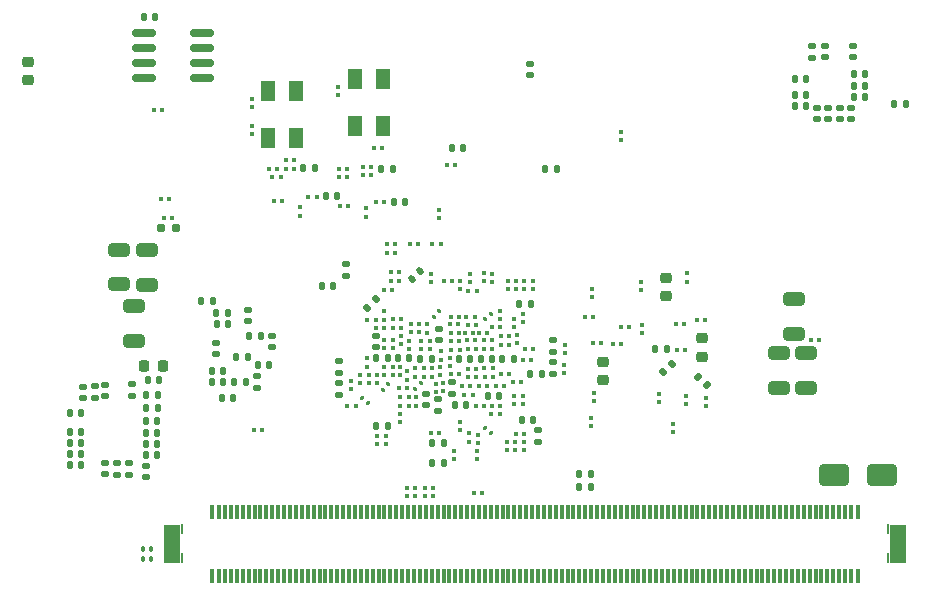
<source format=gbr>
%TF.GenerationSoftware,KiCad,Pcbnew,7.99.0-3958-g1df84f4d92*%
%TF.CreationDate,2023-12-24T00:45:37+01:00*%
%TF.ProjectId,SBC,5342432e-6b69-4636-9164-5f7063625858,rev?*%
%TF.SameCoordinates,Original*%
%TF.FileFunction,Paste,Bot*%
%TF.FilePolarity,Positive*%
%FSLAX46Y46*%
G04 Gerber Fmt 4.6, Leading zero omitted, Abs format (unit mm)*
G04 Created by KiCad (PCBNEW 7.99.0-3958-g1df84f4d92) date 2023-12-24 00:45:37*
%MOMM*%
%LPD*%
G01*
G04 APERTURE LIST*
G04 Aperture macros list*
%AMRoundRect*
0 Rectangle with rounded corners*
0 $1 Rounding radius*
0 $2 $3 $4 $5 $6 $7 $8 $9 X,Y pos of 4 corners*
0 Add a 4 corners polygon primitive as box body*
4,1,4,$2,$3,$4,$5,$6,$7,$8,$9,$2,$3,0*
0 Add four circle primitives for the rounded corners*
1,1,$1+$1,$2,$3*
1,1,$1+$1,$4,$5*
1,1,$1+$1,$6,$7*
1,1,$1+$1,$8,$9*
0 Add four rect primitives between the rounded corners*
20,1,$1+$1,$2,$3,$4,$5,0*
20,1,$1+$1,$4,$5,$6,$7,0*
20,1,$1+$1,$6,$7,$8,$9,0*
20,1,$1+$1,$8,$9,$2,$3,0*%
G04 Aperture macros list end*
%ADD10RoundRect,0.140000X-0.170000X0.140000X-0.170000X-0.140000X0.170000X-0.140000X0.170000X0.140000X0*%
%ADD11RoundRect,0.079500X0.079500X0.100500X-0.079500X0.100500X-0.079500X-0.100500X0.079500X-0.100500X0*%
%ADD12RoundRect,0.079500X-0.079500X-0.100500X0.079500X-0.100500X0.079500X0.100500X-0.079500X0.100500X0*%
%ADD13RoundRect,0.135000X-0.185000X0.135000X-0.185000X-0.135000X0.185000X-0.135000X0.185000X0.135000X0*%
%ADD14RoundRect,0.140000X0.140000X0.170000X-0.140000X0.170000X-0.140000X-0.170000X0.140000X-0.170000X0*%
%ADD15RoundRect,0.079500X-0.100500X0.079500X-0.100500X-0.079500X0.100500X-0.079500X0.100500X0.079500X0*%
%ADD16RoundRect,0.135000X-0.135000X-0.185000X0.135000X-0.185000X0.135000X0.185000X-0.135000X0.185000X0*%
%ADD17RoundRect,0.079500X0.100500X-0.079500X0.100500X0.079500X-0.100500X0.079500X-0.100500X-0.079500X0*%
%ADD18RoundRect,0.140000X-0.140000X-0.170000X0.140000X-0.170000X0.140000X0.170000X-0.140000X0.170000X0*%
%ADD19R,1.400000X3.300000*%
%ADD20R,0.250000X0.850000*%
%ADD21R,0.450000X1.200000*%
%ADD22R,0.300000X1.200000*%
%ADD23RoundRect,0.079500X-0.014849X0.127279X-0.127279X0.014849X0.014849X-0.127279X0.127279X-0.014849X0*%
%ADD24RoundRect,0.135000X0.185000X-0.135000X0.185000X0.135000X-0.185000X0.135000X-0.185000X-0.135000X0*%
%ADD25RoundRect,0.140000X0.170000X-0.140000X0.170000X0.140000X-0.170000X0.140000X-0.170000X-0.140000X0*%
%ADD26RoundRect,0.225000X-0.250000X0.225000X-0.250000X-0.225000X0.250000X-0.225000X0.250000X0.225000X0*%
%ADD27RoundRect,0.135000X0.135000X0.185000X-0.135000X0.185000X-0.135000X-0.185000X0.135000X-0.185000X0*%
%ADD28RoundRect,0.090000X-0.090000X0.139000X-0.090000X-0.139000X0.090000X-0.139000X0.090000X0.139000X0*%
%ADD29R,1.200000X1.800000*%
%ADD30RoundRect,0.160000X-0.197500X-0.160000X0.197500X-0.160000X0.197500X0.160000X-0.197500X0.160000X0*%
%ADD31RoundRect,0.150000X0.825000X0.150000X-0.825000X0.150000X-0.825000X-0.150000X0.825000X-0.150000X0*%
%ADD32RoundRect,0.250000X0.650000X-0.325000X0.650000X0.325000X-0.650000X0.325000X-0.650000X-0.325000X0*%
%ADD33RoundRect,0.147500X0.147500X0.172500X-0.147500X0.172500X-0.147500X-0.172500X0.147500X-0.172500X0*%
%ADD34RoundRect,0.079500X0.014849X-0.127279X0.127279X-0.014849X-0.014849X0.127279X-0.127279X0.014849X0*%
%ADD35RoundRect,0.140000X0.021213X-0.219203X0.219203X-0.021213X-0.021213X0.219203X-0.219203X0.021213X0*%
%ADD36RoundRect,0.250000X-1.000000X-0.650000X1.000000X-0.650000X1.000000X0.650000X-1.000000X0.650000X0*%
%ADD37RoundRect,0.250000X-0.650000X0.325000X-0.650000X-0.325000X0.650000X-0.325000X0.650000X0.325000X0*%
%ADD38RoundRect,0.135000X0.226274X0.035355X0.035355X0.226274X-0.226274X-0.035355X-0.035355X-0.226274X0*%
%ADD39RoundRect,0.225000X0.250000X-0.225000X0.250000X0.225000X-0.250000X0.225000X-0.250000X-0.225000X0*%
%ADD40RoundRect,0.079500X-0.127279X-0.014849X-0.014849X-0.127279X0.127279X0.014849X0.014849X0.127279X0*%
%ADD41RoundRect,0.135000X0.035355X-0.226274X0.226274X-0.035355X-0.035355X0.226274X-0.226274X0.035355X0*%
%ADD42RoundRect,0.079500X0.127279X0.014849X0.014849X0.127279X-0.127279X-0.014849X-0.014849X-0.127279X0*%
%ADD43RoundRect,0.218750X-0.218750X-0.256250X0.218750X-0.256250X0.218750X0.256250X-0.218750X0.256250X0*%
%ADD44RoundRect,0.147500X0.172500X-0.147500X0.172500X0.147500X-0.172500X0.147500X-0.172500X-0.147500X0*%
G04 APERTURE END LIST*
D10*
%TO.C,C165*%
X32100000Y14675814D03*
X32100000Y13715814D03*
%TD*%
D11*
%TO.C,C137*%
X10395000Y31150000D03*
X9705000Y31150000D03*
%TD*%
%TO.C,C215*%
X36373014Y16111994D03*
X35683014Y16111994D03*
%TD*%
D12*
%TO.C,C295*%
X24748600Y33049800D03*
X25438600Y33049800D03*
%TD*%
D13*
%TO.C,R36*%
X24754519Y17464614D03*
X24754519Y16444614D03*
%TD*%
D14*
%TO.C,C5*%
X64307981Y39987486D03*
X63347981Y39987486D03*
%TD*%
D15*
%TO.C,C180*%
X48600000Y36895000D03*
X48600000Y36205000D03*
%TD*%
D16*
%TO.C,R62*%
X45044519Y6814614D03*
X46064519Y6814614D03*
%TD*%
D12*
%TO.C,C160*%
X36611400Y19850000D03*
X37301400Y19850000D03*
%TD*%
D17*
%TO.C,C240*%
X39750000Y23576224D03*
X39750000Y24266224D03*
%TD*%
D13*
%TO.C,R73*%
X17778400Y16186200D03*
X17778400Y15166200D03*
%TD*%
D18*
%TO.C,C283*%
X15879519Y15720014D03*
X16839519Y15720014D03*
%TD*%
D11*
%TO.C,C184*%
X38341800Y12983800D03*
X37651800Y12983800D03*
%TD*%
D10*
%TO.C,C10*%
X68077981Y38917486D03*
X68077981Y37957486D03*
%TD*%
D17*
%TO.C,C245*%
X30502519Y15900814D03*
X30502519Y16590814D03*
%TD*%
%TO.C,C197*%
X38355924Y21025429D03*
X38355924Y21715429D03*
%TD*%
D19*
%TO.C,J1*%
X72050000Y2000000D03*
D20*
X71225000Y3225000D03*
X71225000Y775000D03*
D19*
X10650000Y2000000D03*
D20*
X11475000Y3225000D03*
X11475000Y775000D03*
D21*
X14025000Y4700000D03*
D22*
X14600000Y4700000D03*
X15100000Y4700000D03*
X15600000Y4700000D03*
X16100000Y4700000D03*
X16600000Y4700000D03*
X17100000Y4700000D03*
X17600000Y4700000D03*
X18100000Y4700000D03*
X18600000Y4700000D03*
X19100000Y4700000D03*
X19600000Y4700000D03*
X20100000Y4700000D03*
X20600000Y4700000D03*
X21100000Y4700000D03*
X21600000Y4700000D03*
X22100000Y4700000D03*
X22600000Y4700000D03*
X23100000Y4700000D03*
X23600000Y4700000D03*
X24100000Y4700000D03*
X24600000Y4700000D03*
X25100000Y4700000D03*
X25600000Y4700000D03*
X26100000Y4700000D03*
X26600000Y4700000D03*
X27100000Y4700000D03*
X27600000Y4700000D03*
X28100000Y4700000D03*
X28600000Y4700000D03*
X29100000Y4700000D03*
X29600000Y4700000D03*
X30100000Y4700000D03*
X30600000Y4700000D03*
X31100000Y4700000D03*
X31600000Y4700000D03*
X32100000Y4700000D03*
X32600000Y4700000D03*
X33100000Y4700000D03*
X33600000Y4700000D03*
X34100000Y4700000D03*
X34600000Y4700000D03*
X35100000Y4700000D03*
X35600000Y4700000D03*
X36100000Y4700000D03*
X36600000Y4700000D03*
X37100000Y4700000D03*
X37600000Y4700000D03*
X38100000Y4700000D03*
X38600000Y4700000D03*
X39100000Y4700000D03*
X39600000Y4700000D03*
X40100000Y4700000D03*
X40600000Y4700000D03*
X41100000Y4700000D03*
X41600000Y4700000D03*
X42100000Y4700000D03*
X42600000Y4700000D03*
X43100000Y4700000D03*
X43600000Y4700000D03*
X44100000Y4700000D03*
X44600000Y4700000D03*
X45100000Y4700000D03*
X45600000Y4700000D03*
X46100000Y4700000D03*
X46600000Y4700000D03*
X47100000Y4700000D03*
X47600000Y4700000D03*
X48100000Y4700000D03*
X48600000Y4700000D03*
X49100000Y4700000D03*
X49600000Y4700000D03*
X50100000Y4700000D03*
X50600000Y4700000D03*
X51100000Y4700000D03*
X51600000Y4700000D03*
X52100000Y4700000D03*
X52600000Y4700000D03*
X53100000Y4700000D03*
X53600000Y4700000D03*
X54100000Y4700000D03*
X54600000Y4700000D03*
X55100000Y4700000D03*
X55600000Y4700000D03*
X56100000Y4700000D03*
X56600000Y4700000D03*
X57100000Y4700000D03*
X57600000Y4700000D03*
X58100000Y4700000D03*
X58600000Y4700000D03*
X59100000Y4700000D03*
X59600000Y4700000D03*
X60100000Y4700000D03*
X60600000Y4700000D03*
X61100000Y4700000D03*
X61600000Y4700000D03*
X62100000Y4700000D03*
X62600000Y4700000D03*
X63100000Y4700000D03*
X63600000Y4700000D03*
X64100000Y4700000D03*
X64600000Y4700000D03*
X65100000Y4700000D03*
X65600000Y4700000D03*
X66100000Y4700000D03*
X66600000Y4700000D03*
X67100000Y4700000D03*
X67600000Y4700000D03*
X68100000Y4700000D03*
D21*
X68675000Y4700000D03*
X14025000Y-700000D03*
D22*
X14600000Y-700000D03*
X15100000Y-700000D03*
X15600000Y-700000D03*
X16100000Y-700000D03*
X16600000Y-700000D03*
X17100000Y-700000D03*
X17600000Y-700000D03*
X18100000Y-700000D03*
X18600000Y-700000D03*
X19100000Y-700000D03*
X19600000Y-700000D03*
X20100000Y-700000D03*
X20600000Y-700000D03*
X21100000Y-700000D03*
X21600000Y-700000D03*
X22100000Y-700000D03*
X22600000Y-700000D03*
X23100000Y-700000D03*
X23600000Y-700000D03*
X24100000Y-700000D03*
X24600000Y-700000D03*
X25100000Y-700000D03*
X25600000Y-700000D03*
X26100000Y-700000D03*
X26600000Y-700000D03*
X27100000Y-700000D03*
X27600000Y-700000D03*
X28100000Y-700000D03*
X28600000Y-700000D03*
X29100000Y-700000D03*
X29600000Y-700000D03*
X30100000Y-700000D03*
X30600000Y-700000D03*
X31100000Y-700000D03*
X31600000Y-700000D03*
X32100000Y-700000D03*
X32600000Y-700000D03*
X33100000Y-700000D03*
X33600000Y-700000D03*
X34100000Y-700000D03*
X34600000Y-700000D03*
X35100000Y-700000D03*
X35600000Y-700000D03*
X36100000Y-700000D03*
X36600000Y-700000D03*
X37100000Y-700000D03*
X37600000Y-700000D03*
X38100000Y-700000D03*
X38600000Y-700000D03*
X39100000Y-700000D03*
X39600000Y-700000D03*
X40100000Y-700000D03*
X40600000Y-700000D03*
X41100000Y-700000D03*
X41600000Y-700000D03*
X42100000Y-700000D03*
X42600000Y-700000D03*
X43100000Y-700000D03*
X43600000Y-700000D03*
X44100000Y-700000D03*
X44600000Y-700000D03*
X45100000Y-700000D03*
X45600000Y-700000D03*
X46100000Y-700000D03*
X46600000Y-700000D03*
X47100000Y-700000D03*
X47600000Y-700000D03*
X48100000Y-700000D03*
X48600000Y-700000D03*
X49100000Y-700000D03*
X49600000Y-700000D03*
X50100000Y-700000D03*
X50600000Y-700000D03*
X51100000Y-700000D03*
X51600000Y-700000D03*
X52100000Y-700000D03*
X52600000Y-700000D03*
X53100000Y-700000D03*
X53600000Y-700000D03*
X54100000Y-700000D03*
X54600000Y-700000D03*
X55100000Y-700000D03*
X55600000Y-700000D03*
X56100000Y-700000D03*
X56600000Y-700000D03*
X57100000Y-700000D03*
X57600000Y-700000D03*
X58100000Y-700000D03*
X58600000Y-700000D03*
X59100000Y-700000D03*
X59600000Y-700000D03*
X60100000Y-700000D03*
X60600000Y-700000D03*
X61100000Y-700000D03*
X61600000Y-700000D03*
X62100000Y-700000D03*
X62600000Y-700000D03*
X63100000Y-700000D03*
X63600000Y-700000D03*
X64100000Y-700000D03*
X64600000Y-700000D03*
X65100000Y-700000D03*
X65600000Y-700000D03*
X66100000Y-700000D03*
X66600000Y-700000D03*
X67100000Y-700000D03*
X67600000Y-700000D03*
X68100000Y-700000D03*
D21*
X68675000Y-700000D03*
%TD*%
D17*
%TO.C,C207*%
X39602429Y20381539D03*
X39602429Y21071539D03*
%TD*%
D23*
%TO.C,C192*%
X28930952Y15545952D03*
X28443048Y15058048D03*
%TD*%
D11*
%TO.C,C221*%
X34939200Y21168400D03*
X34249200Y21168400D03*
%TD*%
D13*
%TO.C,R37*%
X25354519Y25699614D03*
X25354519Y24679614D03*
%TD*%
D14*
%TO.C,C330*%
X9334519Y12364614D03*
X8374519Y12364614D03*
%TD*%
D15*
%TO.C,C214*%
X31300000Y14395000D03*
X31300000Y13705000D03*
%TD*%
D12*
%TO.C,C210*%
X34265440Y18431331D03*
X34955440Y18431331D03*
%TD*%
D11*
%TO.C,C117*%
X29995000Y21000000D03*
X29305000Y21000000D03*
%TD*%
D15*
%TO.C,C124*%
X36450000Y9845000D03*
X36450000Y9155000D03*
%TD*%
D11*
%TO.C,C226*%
X31475000Y27410000D03*
X30785000Y27410000D03*
%TD*%
D12*
%TO.C,C275*%
X9940400Y29544600D03*
X10630400Y29544600D03*
%TD*%
D11*
%TO.C,C185*%
X39154949Y19562584D03*
X38464949Y19562584D03*
%TD*%
D24*
%TO.C,R96*%
X6982500Y7829600D03*
X6982500Y8849600D03*
%TD*%
D17*
%TO.C,C254*%
X43914919Y18113214D03*
X43914919Y18803214D03*
%TD*%
D16*
%TO.C,R71*%
X71722981Y39219986D03*
X72742981Y39219986D03*
%TD*%
D18*
%TO.C,C212*%
X23320000Y23850000D03*
X24280000Y23850000D03*
%TD*%
D25*
%TO.C,C12*%
X68227981Y43194986D03*
X68227981Y44154986D03*
%TD*%
D12*
%TO.C,C112*%
X28585000Y23500000D03*
X29275000Y23500000D03*
%TD*%
D17*
%TO.C,C182*%
X32950000Y14855000D03*
X32950000Y15545000D03*
%TD*%
D11*
%TO.C,C88*%
X29502600Y26649000D03*
X28812600Y26649000D03*
%TD*%
D12*
%TO.C,C208*%
X39694944Y11332349D03*
X40384944Y11332349D03*
%TD*%
D18*
%TO.C,C333*%
X1949519Y13089614D03*
X2909519Y13089614D03*
%TD*%
D11*
%TO.C,C177*%
X40285884Y14518779D03*
X39595884Y14518779D03*
%TD*%
D26*
%TO.C,C255*%
X47072032Y17393133D03*
X47072032Y15843133D03*
%TD*%
D12*
%TO.C,C122*%
X27905000Y20250000D03*
X28595000Y20250000D03*
%TD*%
D17*
%TO.C,C249*%
X39050000Y23576224D03*
X39050000Y24266224D03*
%TD*%
%TO.C,C201*%
X32626319Y16157382D03*
X32626319Y16847382D03*
%TD*%
%TO.C,C266*%
X50317519Y23495814D03*
X50317519Y24185814D03*
%TD*%
D11*
%TO.C,C89*%
X29502600Y27385600D03*
X28812600Y27385600D03*
%TD*%
D15*
%TO.C,C264*%
X53054519Y12159614D03*
X53054519Y11469614D03*
%TD*%
D17*
%TO.C,C233*%
X33337519Y16255000D03*
X33337519Y16945000D03*
%TD*%
D15*
%TO.C,C189*%
X34450000Y9870000D03*
X34450000Y9180000D03*
%TD*%
D17*
%TO.C,C161*%
X29300000Y16255000D03*
X29300000Y16945000D03*
%TD*%
D13*
%TO.C,R69*%
X42898919Y17393414D03*
X42898919Y16373414D03*
%TD*%
D27*
%TO.C,R74*%
X17043800Y17809800D03*
X16023800Y17809800D03*
%TD*%
D11*
%TO.C,C219*%
X34948820Y16351645D03*
X34258820Y16351645D03*
%TD*%
%TO.C,C71*%
X36857000Y6277000D03*
X36167000Y6277000D03*
%TD*%
D25*
%TO.C,C202*%
X33246919Y19217414D03*
X33246919Y20177414D03*
%TD*%
D14*
%TO.C,C158*%
X40982224Y22270224D03*
X40022224Y22270224D03*
%TD*%
D28*
%TO.C,R99*%
X8837600Y1554500D03*
X8837600Y689500D03*
%TD*%
D11*
%TO.C,C196*%
X38415000Y13680000D03*
X37725000Y13680000D03*
%TD*%
D15*
%TO.C,C116*%
X26550000Y16270000D03*
X26550000Y15580000D03*
%TD*%
D11*
%TO.C,C234*%
X29279519Y19245014D03*
X28589519Y19245014D03*
%TD*%
D12*
%TO.C,C134*%
X34110000Y20575000D03*
X34800000Y20575000D03*
%TD*%
D18*
%TO.C,C280*%
X17154519Y19614614D03*
X18114519Y19614614D03*
%TD*%
D17*
%TO.C,C188*%
X40450000Y23567969D03*
X40450000Y24257969D03*
%TD*%
D11*
%TO.C,C205*%
X38354214Y20355600D03*
X37664214Y20355600D03*
%TD*%
%TO.C,C174*%
X36323484Y18497689D03*
X35633484Y18497689D03*
%TD*%
D13*
%TO.C,R70*%
X42898919Y19273014D03*
X42898919Y18253014D03*
%TD*%
D10*
%TO.C,C284*%
X14354519Y18994614D03*
X14354519Y18034614D03*
%TD*%
D28*
%TO.C,R98*%
X8126400Y1554500D03*
X8126400Y689500D03*
%TD*%
D12*
%TO.C,C127*%
X32555000Y11350000D03*
X33245000Y11350000D03*
%TD*%
D15*
%TO.C,C298*%
X27481200Y33887600D03*
X27481200Y33197600D03*
%TD*%
D11*
%TO.C,C236*%
X30497519Y15170814D03*
X29807519Y15170814D03*
%TD*%
D15*
%TO.C,C176*%
X39684979Y10612454D03*
X39684979Y9922454D03*
%TD*%
D11*
%TO.C,C247*%
X39154949Y18860909D03*
X38464949Y18860909D03*
%TD*%
D10*
%TO.C,C7*%
X65227981Y38917486D03*
X65227981Y37957486D03*
%TD*%
D29*
%TO.C,Y4*%
X18712000Y36333000D03*
X18712000Y40333000D03*
X21112000Y40333000D03*
X21112000Y36333000D03*
%TD*%
D12*
%TO.C,C303*%
X19211400Y31017800D03*
X19901400Y31017800D03*
%TD*%
D25*
%TO.C,C133*%
X34300000Y14720000D03*
X34300000Y15680000D03*
%TD*%
D15*
%TO.C,C232*%
X31203919Y16845614D03*
X31203919Y16155614D03*
%TD*%
D14*
%TO.C,C6*%
X64307981Y39037486D03*
X63347981Y39037486D03*
%TD*%
D17*
%TO.C,C150*%
X28600000Y16255000D03*
X28600000Y16945000D03*
%TD*%
D29*
%TO.C,Y3*%
X26078000Y37349000D03*
X26078000Y41349000D03*
X28478000Y41349000D03*
X28478000Y37349000D03*
%TD*%
D30*
%TO.C,C274*%
X9713300Y28706400D03*
X10908300Y28706400D03*
%TD*%
D15*
%TO.C,C200*%
X33250000Y30295000D03*
X33250000Y29605000D03*
%TD*%
D31*
%TO.C,U18*%
X13162000Y45277000D03*
X13162000Y44007000D03*
X13162000Y42737000D03*
X13162000Y41467000D03*
X8212000Y41467000D03*
X8212000Y42737000D03*
X8212000Y44007000D03*
X8212000Y45277000D03*
%TD*%
D17*
%TO.C,C305*%
X21486800Y29794000D03*
X21486800Y30484000D03*
%TD*%
D15*
%TO.C,C213*%
X29970319Y19565214D03*
X29970319Y18875214D03*
%TD*%
D18*
%TO.C,C282*%
X17884519Y17120014D03*
X18844519Y17120014D03*
%TD*%
D25*
%TO.C,C2*%
X65927981Y43194986D03*
X65927981Y44154986D03*
%TD*%
D14*
%TO.C,C323*%
X9384519Y14564614D03*
X8424519Y14564614D03*
%TD*%
D32*
%TO.C,C41*%
X64327981Y15199986D03*
X64327981Y18149986D03*
%TD*%
D12*
%TO.C,C186*%
X35543519Y21176014D03*
X36233519Y21176014D03*
%TD*%
D11*
%TO.C,C302*%
X22847800Y31322600D03*
X22157800Y31322600D03*
%TD*%
D15*
%TO.C,C139*%
X29950000Y12995000D03*
X29950000Y12305000D03*
%TD*%
D14*
%TO.C,C320*%
X9534519Y15852114D03*
X8574519Y15852114D03*
%TD*%
D15*
%TO.C,C114*%
X25804800Y15792600D03*
X25804800Y15102600D03*
%TD*%
D18*
%TO.C,C13*%
X68347981Y39837486D03*
X69307981Y39837486D03*
%TD*%
D17*
%TO.C,C299*%
X27074800Y29707600D03*
X27074800Y30397600D03*
%TD*%
D11*
%TO.C,C307*%
X20917400Y34472200D03*
X20227400Y34472200D03*
%TD*%
D17*
%TO.C,C262*%
X46104519Y11994614D03*
X46104519Y12684614D03*
%TD*%
D12*
%TO.C,C304*%
X24748600Y33761000D03*
X25438600Y33761000D03*
%TD*%
D15*
%TO.C,C93*%
X32713600Y6750200D03*
X32713600Y6060200D03*
%TD*%
D12*
%TO.C,C297*%
X18805000Y33761000D03*
X19495000Y33761000D03*
%TD*%
D33*
%TO.C,FB6*%
X22683000Y33811800D03*
X21713000Y33811800D03*
%TD*%
D18*
%TO.C,C329*%
X1949519Y9564614D03*
X2909519Y9564614D03*
%TD*%
D14*
%TO.C,C190*%
X30708202Y17697875D03*
X29748202Y17697875D03*
%TD*%
D15*
%TO.C,C115*%
X27950000Y16295000D03*
X27950000Y15605000D03*
%TD*%
D34*
%TO.C,C195*%
X31206048Y15106048D03*
X31693952Y15593952D03*
%TD*%
D35*
%TO.C,C170*%
X30900989Y24379189D03*
X31579811Y25058011D03*
%TD*%
D14*
%TO.C,C335*%
X9384519Y13464614D03*
X8424519Y13464614D03*
%TD*%
D34*
%TO.C,C138*%
X32756048Y21231048D03*
X33243952Y21718952D03*
%TD*%
D15*
%TO.C,C179*%
X34118700Y17729857D03*
X34118700Y17039857D03*
%TD*%
D17*
%TO.C,C252*%
X51850000Y14005000D03*
X51850000Y14695000D03*
%TD*%
%TO.C,C171*%
X33550000Y14905000D03*
X33550000Y15595000D03*
%TD*%
D11*
%TO.C,C216*%
X37751599Y16846689D03*
X37061599Y16846689D03*
%TD*%
D36*
%TO.C,D1*%
X66681000Y7782600D03*
X70681000Y7782600D03*
%TD*%
D25*
%TO.C,C154*%
X40950000Y41670000D03*
X40950000Y42630000D03*
%TD*%
D17*
%TO.C,C253*%
X43813319Y16487614D03*
X43813319Y17177614D03*
%TD*%
D25*
%TO.C,C332*%
X4954519Y7879600D03*
X4954519Y8839600D03*
%TD*%
D10*
%TO.C,C328*%
X4054519Y15332114D03*
X4054519Y14372114D03*
%TD*%
D37*
%TO.C,C67*%
X7364400Y22155000D03*
X7364400Y19205000D03*
%TD*%
D11*
%TO.C,FB2*%
X36107600Y19822200D03*
X35417600Y19822200D03*
%TD*%
D12*
%TO.C,C237*%
X37045089Y18481179D03*
X37735089Y18481179D03*
%TD*%
D15*
%TO.C,C92*%
X32002400Y6750200D03*
X32002400Y6060200D03*
%TD*%
D18*
%TO.C,C155*%
X36761499Y17663934D03*
X37721499Y17663934D03*
%TD*%
D15*
%TO.C,R56*%
X34999519Y24238814D03*
X34999519Y23548814D03*
%TD*%
D17*
%TO.C,C218*%
X41150000Y23567969D03*
X41150000Y24257969D03*
%TD*%
D14*
%TO.C,C279*%
X14964519Y16670014D03*
X14004519Y16670014D03*
%TD*%
D15*
%TO.C,C91*%
X31215000Y6750200D03*
X31215000Y6060200D03*
%TD*%
D25*
%TO.C,C15*%
X64802981Y43164986D03*
X64802981Y44124986D03*
%TD*%
D17*
%TO.C,C145*%
X27950000Y10455000D03*
X27950000Y11145000D03*
%TD*%
D11*
%TO.C,C220*%
X35844694Y15336024D03*
X35154694Y15336024D03*
%TD*%
D25*
%TO.C,C325*%
X8404519Y7634614D03*
X8404519Y8594614D03*
%TD*%
D15*
%TO.C,C152*%
X35812319Y24823014D03*
X35812319Y24133014D03*
%TD*%
D10*
%TO.C,C318*%
X3104519Y15294614D03*
X3104519Y14334614D03*
%TD*%
D11*
%TO.C,C230*%
X40294139Y13822000D03*
X39604139Y13822000D03*
%TD*%
D12*
%TO.C,C231*%
X27155000Y20975000D03*
X27845000Y20975000D03*
%TD*%
D27*
%TO.C,R34*%
X41962800Y16408400D03*
X40942800Y16408400D03*
%TD*%
D10*
%TO.C,C151*%
X33150000Y14230000D03*
X33150000Y13270000D03*
%TD*%
D17*
%TO.C,C263*%
X54107519Y13825814D03*
X54107519Y14515814D03*
%TD*%
D18*
%TO.C,C168*%
X38585854Y17627600D03*
X39545854Y17627600D03*
%TD*%
D24*
%TO.C,R38*%
X24754519Y14594614D03*
X24754519Y15614614D03*
%TD*%
D37*
%TO.C,C43*%
X63312981Y22749986D03*
X63312981Y19799986D03*
%TD*%
D12*
%TO.C,C87*%
X40318719Y17594614D03*
X41008719Y17594614D03*
%TD*%
D15*
%TO.C,C120*%
X27125000Y17695000D03*
X27125000Y17005000D03*
%TD*%
D17*
%TO.C,C224*%
X32434119Y18519614D03*
X32434119Y19209614D03*
%TD*%
D14*
%TO.C,C331*%
X9334519Y10464614D03*
X8374519Y10464614D03*
%TD*%
D15*
%TO.C,C90*%
X30503800Y6750200D03*
X30503800Y6060200D03*
%TD*%
D12*
%TO.C,C227*%
X37069854Y16120249D03*
X37759854Y16120249D03*
%TD*%
D18*
%TO.C,C285*%
X14804519Y14320014D03*
X15764519Y14320014D03*
%TD*%
D12*
%TO.C,C293*%
X24799400Y30560600D03*
X25489400Y30560600D03*
%TD*%
D16*
%TO.C,R63*%
X51467382Y18480285D03*
X52487382Y18480285D03*
%TD*%
D11*
%TO.C,C241*%
X34939200Y19873000D03*
X34249200Y19873000D03*
%TD*%
D15*
%TO.C,C203*%
X32175571Y20569468D03*
X32175571Y19879468D03*
%TD*%
D27*
%TO.C,R72*%
X14114519Y22552114D03*
X13094519Y22552114D03*
%TD*%
D14*
%TO.C,C130*%
X43180000Y33700000D03*
X42220000Y33700000D03*
%TD*%
%TO.C,C334*%
X9334519Y11414614D03*
X8374519Y11414614D03*
%TD*%
D18*
%TO.C,C178*%
X31624000Y17680382D03*
X32584000Y17680382D03*
%TD*%
D15*
%TO.C,C217*%
X39850919Y19666814D03*
X39850919Y18976814D03*
%TD*%
D12*
%TO.C,C239*%
X39447294Y15724009D03*
X40137294Y15724009D03*
%TD*%
D17*
%TO.C,C261*%
X46200000Y22855000D03*
X46200000Y23545000D03*
%TD*%
D15*
%TO.C,C268*%
X55804519Y14359614D03*
X55804519Y13669614D03*
%TD*%
D32*
%TO.C,C36*%
X62027981Y15199986D03*
X62027981Y18149986D03*
%TD*%
D12*
%TO.C,C259*%
X47952519Y18930814D03*
X48642519Y18930814D03*
%TD*%
D38*
%TO.C,R33*%
X55865143Y15403990D03*
X55143895Y16125238D03*
%TD*%
D17*
%TO.C,C125*%
X28600000Y20980000D03*
X28600000Y21670000D03*
%TD*%
D10*
%TO.C,C9*%
X67127981Y38917486D03*
X67127981Y37957486D03*
%TD*%
D39*
%TO.C,C256*%
X52423919Y22991814D03*
X52423919Y24541814D03*
%TD*%
D18*
%TO.C,C276*%
X14379519Y20620014D03*
X15339519Y20620014D03*
%TD*%
D11*
%TO.C,C294*%
X28573000Y30967000D03*
X27883000Y30967000D03*
%TD*%
%TO.C,C270*%
X55762519Y20920814D03*
X55072519Y20920814D03*
%TD*%
%TO.C,C243*%
X29289519Y18542476D03*
X28599519Y18542476D03*
%TD*%
D37*
%TO.C,C66*%
X8532800Y26879400D03*
X8532800Y23929400D03*
%TD*%
D18*
%TO.C,C157*%
X40224000Y12521069D03*
X41184000Y12521069D03*
%TD*%
D17*
%TO.C,C301*%
X17372000Y36718000D03*
X17372000Y37408000D03*
%TD*%
D11*
%TO.C,C113*%
X29845000Y25000000D03*
X29155000Y25000000D03*
%TD*%
D17*
%TO.C,C209*%
X33386356Y17592614D03*
X33386356Y18282614D03*
%TD*%
D12*
%TO.C,C292*%
X27720400Y35539000D03*
X28410400Y35539000D03*
%TD*%
D17*
%TO.C,C225*%
X29907000Y16282000D03*
X29907000Y16972000D03*
%TD*%
D39*
%TO.C,C267*%
X55454519Y17839614D03*
X55454519Y19389614D03*
%TD*%
D40*
%TO.C,C146*%
X37092448Y11830752D03*
X37580352Y11342848D03*
%TD*%
D15*
%TO.C,C119*%
X27250000Y16295000D03*
X27250000Y15605000D03*
%TD*%
%TO.C,C250*%
X31915119Y16844272D03*
X31915119Y16154272D03*
%TD*%
D17*
%TO.C,C135*%
X37000000Y24246600D03*
X37000000Y24936600D03*
%TD*%
D12*
%TO.C,C167*%
X36315000Y13670000D03*
X37005000Y13670000D03*
%TD*%
D11*
%TO.C,C136*%
X26155000Y13640000D03*
X25465000Y13640000D03*
%TD*%
D27*
%TO.C,R40*%
X33614519Y8852114D03*
X32594519Y8852114D03*
%TD*%
D12*
%TO.C,C123*%
X29305000Y20275000D03*
X29995000Y20275000D03*
%TD*%
D14*
%TO.C,C4*%
X64307981Y41337486D03*
X63347981Y41337486D03*
%TD*%
D15*
%TO.C,C248*%
X40304104Y21451269D03*
X40304104Y20761269D03*
%TD*%
D41*
%TO.C,R39*%
X27154519Y21964614D03*
X27875767Y22685862D03*
%TD*%
D12*
%TO.C,C229*%
X38481459Y16417429D03*
X39171459Y16417429D03*
%TD*%
D18*
%TO.C,C337*%
X1949519Y10574614D03*
X2909519Y10574614D03*
%TD*%
D15*
%TO.C,C271*%
X46353400Y14761400D03*
X46353400Y14071400D03*
%TD*%
D33*
%TO.C,FB4*%
X29310000Y33745800D03*
X28340000Y33745800D03*
%TD*%
D18*
%TO.C,C129*%
X34559319Y13757414D03*
X35519319Y13757414D03*
%TD*%
D15*
%TO.C,C187*%
X38983304Y10612454D03*
X38983304Y9922454D03*
%TD*%
D17*
%TO.C,C265*%
X50367519Y19815814D03*
X50367519Y20505814D03*
%TD*%
D15*
%TO.C,C147*%
X35025000Y12295000D03*
X35025000Y11605000D03*
%TD*%
D18*
%TO.C,C3*%
X68347981Y41737486D03*
X69307981Y41737486D03*
%TD*%
D17*
%TO.C,C244*%
X30700000Y18505000D03*
X30700000Y19195000D03*
%TD*%
D11*
%TO.C,C308*%
X20917400Y33761000D03*
X20227400Y33761000D03*
%TD*%
%TO.C,C251*%
X34545000Y34050000D03*
X33855000Y34050000D03*
%TD*%
D15*
%TO.C,C183*%
X30650000Y14395000D03*
X30650000Y13705000D03*
%TD*%
D12*
%TO.C,C242*%
X34238389Y19166344D03*
X34928389Y19166344D03*
%TD*%
%TO.C,C258*%
X53372519Y18420814D03*
X54062519Y18420814D03*
%TD*%
D11*
%TO.C,C238*%
X38733944Y15319514D03*
X38043944Y15319514D03*
%TD*%
D25*
%TO.C,C169*%
X41593000Y10642000D03*
X41593000Y11602000D03*
%TD*%
D18*
%TO.C,C140*%
X32645000Y10525000D03*
X33605000Y10525000D03*
%TD*%
%TO.C,C338*%
X1949519Y8639614D03*
X2909519Y8639614D03*
%TD*%
D12*
%TO.C,C257*%
X46242519Y19030814D03*
X46932519Y19030814D03*
%TD*%
D18*
%TO.C,C310*%
X8202000Y46577000D03*
X9162000Y46577000D03*
%TD*%
D11*
%TO.C,C143*%
X18235000Y11599000D03*
X17545000Y11599000D03*
%TD*%
D12*
%TO.C,C273*%
X48642519Y20375200D03*
X49332519Y20375200D03*
%TD*%
%TO.C,C206*%
X35683014Y16838434D03*
X36373014Y16838434D03*
%TD*%
%TO.C,C222*%
X33635000Y24210000D03*
X34325000Y24210000D03*
%TD*%
D17*
%TO.C,C128*%
X28690000Y10465000D03*
X28690000Y11155000D03*
%TD*%
D12*
%TO.C,C269*%
X45552519Y21160814D03*
X46242519Y21160814D03*
%TD*%
D10*
%TO.C,C336*%
X7259038Y15494614D03*
X7259038Y14534614D03*
%TD*%
D12*
%TO.C,C306*%
X19109800Y33049800D03*
X19799800Y33049800D03*
%TD*%
D26*
%TO.C,C289*%
X-1600000Y42800000D03*
X-1600000Y41250000D03*
%TD*%
D12*
%TO.C,C198*%
X40521919Y18509014D03*
X41211919Y18509014D03*
%TD*%
D11*
%TO.C,R55*%
X36401119Y23385814D03*
X35711119Y23385814D03*
%TD*%
D15*
%TO.C,C164*%
X37700000Y24879614D03*
X37700000Y24189614D03*
%TD*%
D10*
%TO.C,C8*%
X66177981Y38917486D03*
X66177981Y37957486D03*
%TD*%
D14*
%TO.C,C193*%
X28861225Y17707157D03*
X27901225Y17707157D03*
%TD*%
D17*
%TO.C,C204*%
X29950000Y13705000D03*
X29950000Y14395000D03*
%TD*%
D24*
%TO.C,R97*%
X5982500Y7829600D03*
X5982500Y8849600D03*
%TD*%
D12*
%TO.C,C163*%
X35369324Y14576564D03*
X36059324Y14576564D03*
%TD*%
D15*
%TO.C,C126*%
X36500000Y11245000D03*
X36500000Y10555000D03*
%TD*%
D11*
%TO.C,C144*%
X9755000Y38710000D03*
X9065000Y38710000D03*
%TD*%
D14*
%TO.C,C166*%
X35880634Y17630914D03*
X34920634Y17630914D03*
%TD*%
D11*
%TO.C,C228*%
X37718579Y19215874D03*
X37028579Y19215874D03*
%TD*%
%TO.C,C121*%
X29870000Y24250000D03*
X29180000Y24250000D03*
%TD*%
D18*
%TO.C,C322*%
X1949519Y11494614D03*
X2909519Y11494614D03*
%TD*%
D12*
%TO.C,C131*%
X35645119Y20490214D03*
X36335119Y20490214D03*
%TD*%
D18*
%TO.C,C11*%
X68347981Y40737486D03*
X69307981Y40737486D03*
%TD*%
D12*
%TO.C,C175*%
X35600464Y19215874D03*
X36290464Y19215874D03*
%TD*%
D14*
%TO.C,C156*%
X38291094Y14502269D03*
X37331094Y14502269D03*
%TD*%
D12*
%TO.C,C272*%
X53242519Y20610814D03*
X53932519Y20610814D03*
%TD*%
D17*
%TO.C,C181*%
X32561200Y24180000D03*
X32561200Y24870000D03*
%TD*%
D11*
%TO.C,C47*%
X65372981Y19274986D03*
X64682981Y19274986D03*
%TD*%
D15*
%TO.C,C223*%
X31722919Y19191895D03*
X31722919Y18501895D03*
%TD*%
D17*
%TO.C,C291*%
X24672400Y40020000D03*
X24672400Y40710000D03*
%TD*%
D42*
%TO.C,C142*%
X27193952Y13881048D03*
X26706048Y14368952D03*
%TD*%
D14*
%TO.C,C324*%
X9334519Y9514614D03*
X8374519Y9514614D03*
%TD*%
D43*
%TO.C,FB7*%
X8267019Y17052114D03*
X9842019Y17052114D03*
%TD*%
D17*
%TO.C,C300*%
X17372000Y39004000D03*
X17372000Y39694000D03*
%TD*%
D18*
%TO.C,C278*%
X14354519Y21570014D03*
X15314519Y21570014D03*
%TD*%
D11*
%TO.C,C246*%
X37261410Y15331947D03*
X36571410Y15331947D03*
%TD*%
D14*
%TO.C,C173*%
X35280000Y35500000D03*
X34320000Y35500000D03*
%TD*%
D25*
%TO.C,C277*%
X17034519Y20840014D03*
X17034519Y21800014D03*
%TD*%
D16*
%TO.C,R61*%
X45044519Y7914614D03*
X46064519Y7914614D03*
%TD*%
D15*
%TO.C,C296*%
X26770000Y33887600D03*
X26770000Y33197600D03*
%TD*%
D34*
%TO.C,C153*%
X37092367Y21008262D03*
X37580271Y21496166D03*
%TD*%
D14*
%TO.C,C141*%
X28860000Y12000000D03*
X27900000Y12000000D03*
%TD*%
D17*
%TO.C,C199*%
X40403164Y9922454D03*
X40403164Y10612454D03*
%TD*%
D10*
%TO.C,C326*%
X4954519Y15469614D03*
X4954519Y14509614D03*
%TD*%
D15*
%TO.C,C235*%
X30880000Y20585000D03*
X30880000Y19895000D03*
%TD*%
D17*
%TO.C,C118*%
X35725000Y10655000D03*
X35725000Y11345000D03*
%TD*%
D33*
%TO.C,FB3*%
X30353800Y30967000D03*
X29383800Y30967000D03*
%TD*%
D11*
%TO.C,C191*%
X33345000Y27400000D03*
X32655000Y27400000D03*
%TD*%
D15*
%TO.C,C194*%
X31519719Y20581214D03*
X31519719Y19891214D03*
%TD*%
D37*
%TO.C,C70*%
X6094400Y26904800D03*
X6094400Y23954800D03*
%TD*%
D14*
%TO.C,C281*%
X14964519Y15720014D03*
X14004519Y15720014D03*
%TD*%
D41*
%TO.C,R64*%
X52180905Y16505219D03*
X52902153Y17226467D03*
%TD*%
D15*
%TO.C,C260*%
X54237519Y24885814D03*
X54237519Y24195814D03*
%TD*%
D25*
%TO.C,C286*%
X19084519Y18640014D03*
X19084519Y19600014D03*
%TD*%
D33*
%TO.C,FB5*%
X24613400Y31424200D03*
X23643400Y31424200D03*
%TD*%
D44*
%TO.C,FB1*%
X27884519Y18620014D03*
X27884519Y19590014D03*
%TD*%
M02*

</source>
